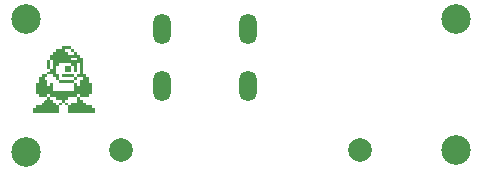
<source format=gbr>
%TF.GenerationSoftware,KiCad,Pcbnew,(5.99.0-12253-gc8b2e69332)*%
%TF.CreationDate,2021-11-11T06:41:10-05:00*%
%TF.ProjectId,980Daughterboard-USB-Mini,39383044-6175-4676-9874-6572626f6172,rev?*%
%TF.SameCoordinates,Original*%
%TF.FileFunction,Soldermask,Top*%
%TF.FilePolarity,Negative*%
%FSLAX46Y46*%
G04 Gerber Fmt 4.6, Leading zero omitted, Abs format (unit mm)*
G04 Created by KiCad (PCBNEW (5.99.0-12253-gc8b2e69332)) date 2021-11-11 06:41:10*
%MOMM*%
%LPD*%
G01*
G04 APERTURE LIST*
%ADD10C,2.000000*%
%ADD11C,2.500000*%
%ADD12O,1.500000X2.600000*%
G04 APERTURE END LIST*
G36*
X108437425Y-6408225D02*
G01*
X108437425Y-6186544D01*
X110210875Y-6186544D01*
X110210875Y-6408225D01*
X110700907Y-6408225D01*
X110700907Y-6186544D01*
X110210875Y-6186544D01*
X108437425Y-6186544D01*
X108437425Y-5929860D01*
X108705776Y-5929860D01*
X108705776Y-5673177D01*
X108950792Y-5673177D01*
X108950792Y-5474830D01*
X109440824Y-5474830D01*
X109709175Y-5474830D01*
X109709175Y-5673177D01*
X109954191Y-5673177D01*
X109954191Y-5929860D01*
X110444224Y-5929860D01*
X110444224Y-5684844D01*
X110199207Y-5684844D01*
X110199207Y-5474830D01*
X109709175Y-5474830D01*
X109440824Y-5474830D01*
X109440824Y-5218147D01*
X110199207Y-5218147D01*
X110199207Y-5474830D01*
X110455891Y-5474830D01*
X110455891Y-5673177D01*
X110700907Y-5673177D01*
X110700907Y-5929860D01*
X110957591Y-5929860D01*
X110957591Y-6186544D01*
X111202607Y-6186544D01*
X111202607Y-7586635D01*
X111459290Y-7586635D01*
X111459290Y-7843319D01*
X111704306Y-7843319D01*
X111704306Y-8298349D01*
X111960990Y-8298349D01*
X111960990Y-9278413D01*
X111704306Y-9278413D01*
X111704306Y-9500094D01*
X110957591Y-9500094D01*
X110957591Y-9745110D01*
X111202607Y-9745110D01*
X111202607Y-10013461D01*
X111459290Y-10013461D01*
X111459290Y-10211808D01*
X111960990Y-10211808D01*
X111960990Y-10468491D01*
X112206006Y-10468491D01*
X112206006Y-10911854D01*
X109954191Y-10911854D01*
X109954191Y-10211808D01*
X109709175Y-10211808D01*
X109709175Y-10013461D01*
X109440824Y-10013461D01*
X109440824Y-10211808D01*
X109195808Y-10211808D01*
X109195808Y-10911854D01*
X106943994Y-10911854D01*
X106943994Y-10468491D01*
X107189010Y-10468491D01*
X107189010Y-10211808D01*
X107702377Y-10211808D01*
X107702377Y-10014278D01*
X107941559Y-10007628D01*
X107948157Y-9745110D01*
X108192409Y-9745110D01*
X108192409Y-9500094D01*
X108437425Y-9500094D01*
X108449093Y-9500094D01*
X108449093Y-9756778D01*
X108694109Y-9756778D01*
X108694109Y-10013461D01*
X108950792Y-10013461D01*
X108950792Y-10211808D01*
X109195808Y-10211808D01*
X109195808Y-10001794D01*
X109440824Y-10001794D01*
X109440824Y-9745110D01*
X109709175Y-9745110D01*
X109709175Y-10001794D01*
X109954191Y-10001794D01*
X109954191Y-10211808D01*
X110199207Y-10211808D01*
X110199207Y-10013461D01*
X110700907Y-10013461D01*
X110700907Y-9500094D01*
X109954191Y-9500094D01*
X109954191Y-9745110D01*
X109709175Y-9745110D01*
X109440824Y-9745110D01*
X108950792Y-9745110D01*
X108950792Y-9500094D01*
X108449093Y-9500094D01*
X108437425Y-9500094D01*
X108437425Y-9278413D01*
X110700907Y-9278413D01*
X110700907Y-9500094D01*
X110957591Y-9500094D01*
X110957591Y-9278413D01*
X110700907Y-9278413D01*
X108437425Y-9278413D01*
X108192409Y-9278413D01*
X108192409Y-9500094D01*
X107445693Y-9500094D01*
X107445693Y-9278413D01*
X107189010Y-9278413D01*
X107189010Y-8298349D01*
X107445693Y-8298349D01*
X107445693Y-7843319D01*
X107702377Y-7843319D01*
X107947393Y-7843319D01*
X107947393Y-8100003D01*
X108192409Y-8100003D01*
X108192409Y-8555032D01*
X108437425Y-8555032D01*
X108437425Y-8298349D01*
X108705776Y-8298349D01*
X108705776Y-9045065D01*
X110444224Y-9045065D01*
X110444224Y-8298349D01*
X109195808Y-8298349D01*
X109195808Y-8100003D01*
X108950792Y-8100003D01*
X108950792Y-7843319D01*
X108694109Y-7843319D01*
X108694109Y-7586635D01*
X108192409Y-7586635D01*
X108192409Y-7843319D01*
X107947393Y-7843319D01*
X107702377Y-7843319D01*
X107702377Y-7586635D01*
X108192409Y-7586635D01*
X108192409Y-7388289D01*
X108437425Y-7388289D01*
X108437425Y-7119938D01*
X108192409Y-7119938D01*
X108192409Y-6419892D01*
X108449093Y-6419892D01*
X108449093Y-7119938D01*
X108705776Y-7119938D01*
X108705776Y-6874922D01*
X108950792Y-6874922D01*
X108950792Y-7586635D01*
X109195808Y-7586635D01*
X109195808Y-8100003D01*
X110444224Y-8100003D01*
X110455891Y-8100003D01*
X110455891Y-8298349D01*
X110700907Y-8298349D01*
X110700907Y-8555032D01*
X110957591Y-8555032D01*
X110957591Y-8100003D01*
X111214274Y-8100003D01*
X111214274Y-7843319D01*
X110700907Y-7843319D01*
X110700907Y-8100003D01*
X110455891Y-8100003D01*
X110444224Y-8100003D01*
X110444224Y-7843319D01*
X109440035Y-7843319D01*
X109443347Y-7717894D01*
X109446658Y-7592469D01*
X109951275Y-7589428D01*
X110455891Y-7586388D01*
X110455891Y-7843319D01*
X110700907Y-7843319D01*
X110700907Y-7586635D01*
X110957591Y-7586635D01*
X110957591Y-6641573D01*
X110700907Y-6641573D01*
X110700907Y-7388289D01*
X110444224Y-7388289D01*
X110444224Y-6874922D01*
X110210875Y-6874922D01*
X110210875Y-6641573D01*
X109195808Y-6641573D01*
X109195808Y-6874922D01*
X108950792Y-6874922D01*
X108705776Y-6874922D01*
X108705776Y-6419892D01*
X108449093Y-6419892D01*
X108192409Y-6419892D01*
X108192409Y-6408225D01*
X108437425Y-6408225D01*
G37*
G36*
X110210875Y-7388289D02*
G01*
X109709175Y-7388289D01*
X109709175Y-6874922D01*
X110210875Y-6874922D01*
X110210875Y-7388289D01*
G37*
D10*
X134700000Y-14015479D03*
D11*
X106400000Y-2905479D03*
X142750000Y-2905479D03*
X106400000Y-14190000D03*
D10*
X114450000Y-14015479D03*
D11*
X142750000Y-14015479D03*
D12*
X125175000Y-8557500D03*
X117875000Y-8557500D03*
X125175000Y-3757500D03*
X117875000Y-3757500D03*
M02*

</source>
